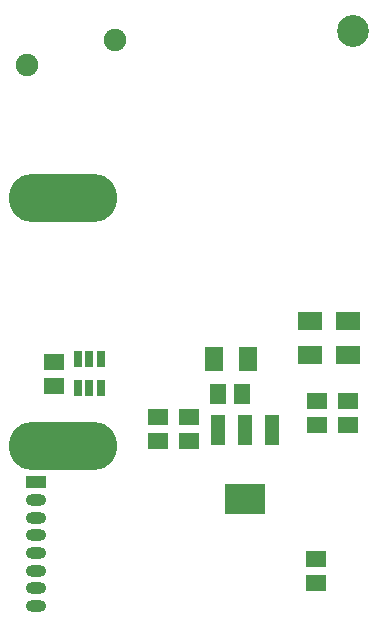
<source format=gbs>
G04 Layer_Color=16711935*
%FSLAX44Y44*%
%MOMM*%
G71*
G01*
G75*
%ADD53R,1.8034X1.4732*%
%ADD59R,1.4732X1.8034*%
%ADD61R,1.5032X2.0532*%
%ADD64O,9.2032X4.1032*%
%ADD65R,1.7032X1.0032*%
%ADD66O,1.7032X1.0032*%
%ADD67C,2.7032*%
%ADD68C,1.9032*%
%ADD69R,0.8032X1.4032*%
%ADD70R,3.5032X2.6032*%
%ADD71R,1.2032X2.6032*%
%ADD72R,2.0532X1.5032*%
D53*
X29008Y-315239D02*
D03*
Y-294919D02*
D03*
X117008Y-362399D02*
D03*
Y-342079D02*
D03*
X143008Y-362399D02*
D03*
Y-342079D02*
D03*
X251008Y-482239D02*
D03*
Y-461919D02*
D03*
X252008Y-327919D02*
D03*
Y-348239D02*
D03*
X278008Y-327919D02*
D03*
Y-348239D02*
D03*
D59*
X188168Y-322079D02*
D03*
X167848D02*
D03*
D61*
X164508Y-293079D02*
D03*
X193508D02*
D03*
D64*
X36960Y-365906D02*
D03*
X37008Y-156079D02*
D03*
D65*
X13958Y-396909D02*
D03*
D66*
Y-411909D02*
D03*
Y-426909D02*
D03*
Y-441909D02*
D03*
Y-456909D02*
D03*
Y-471909D02*
D03*
Y-486909D02*
D03*
Y-501909D02*
D03*
D67*
X282008Y-15079D02*
D03*
D68*
X5900Y-44160D02*
D03*
X80900Y-22160D02*
D03*
D69*
X49508Y-317579D02*
D03*
X59008D02*
D03*
X68508D02*
D03*
Y-292579D02*
D03*
X59008D02*
D03*
X49508D02*
D03*
D70*
X191008Y-411079D02*
D03*
D71*
X214008Y-353079D02*
D03*
X191008Y-353079D02*
D03*
X168008Y-353079D02*
D03*
D72*
X278008Y-260579D02*
D03*
Y-289579D02*
D03*
X246008Y-260579D02*
D03*
Y-289579D02*
D03*
M02*

</source>
